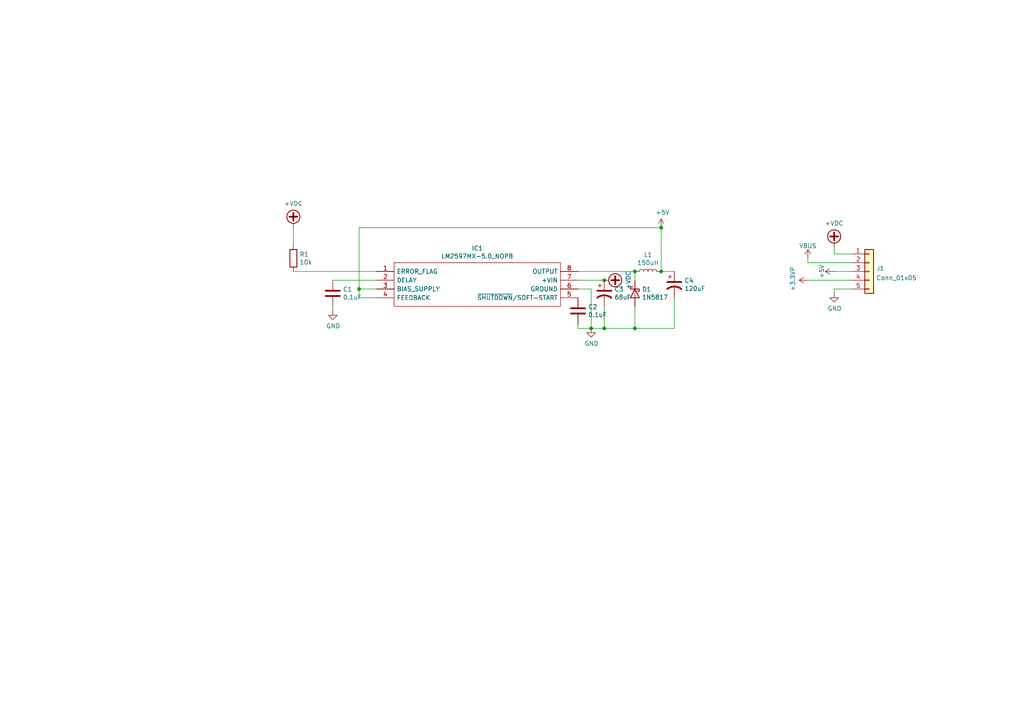
<source format=kicad_sch>
(kicad_sch (version 20211123) (generator eeschema)
  (paper "A4")
  (lib_symbols
    (symbol "Connector_Generic:Conn_01x05" (pin_names (offset 1.016) hide)
      (property "Reference" "J" (at 0 7.62 0))
      (property "Value" "Conn_01x05" (at 0 -7.62 0))
      (symbol "Conn_01x05_1_1"
        (rectangle (start -1.27 -4.953) (end 0 -5.207) (stroke (width 0.1524)))
        (rectangle (start -1.27 -2.413) (end 0 -2.667) (stroke (width 0.1524)))
        (rectangle (start -1.27 0.127) (end 0 -0.127) (stroke (width 0.1524)))
        (rectangle (start -1.27 2.667) (end 0 2.413) (stroke (width 0.1524)))
        (rectangle (start -1.27 5.207) (end 0 4.953) (stroke (width 0.1524)))
        (rectangle (start -1.27 6.35) (end 1.27 -6.35) (stroke (width 0.254)) (fill (type background)))
        (pin passive line (at -5.08 5.08 0) (length 3.81) (name "Pin_1") (number "1"))
        (pin passive line (at -5.08 2.54 0) (length 3.81) (name "Pin_2") (number "2"))
        (pin passive line (at -5.08 0 0) (length 3.81) (name "Pin_3") (number "3"))
        (pin passive line (at -5.08 -2.54 0) (length 3.81) (name "Pin_4") (number "4"))
        (pin passive line (at -5.08 -5.08 0) (length 3.81) (name "Pin_5") (number "5"))
      )
    )
    (symbol "Device:C" (pin_numbers hide) (pin_names (offset 0.254))
      (property "Reference" "C" (at 0.635 2.54 0))
      (property "Value" "C" (at 0.635 -2.54 0))
      (symbol "C_0_1"
        (polyline (pts (xy -2.032 -0.762) (xy 2.032 -0.762)) (stroke (width 0.508)))
        (polyline (pts (xy -2.032 0.762) (xy 2.032 0.762)) (stroke (width 0.508)))
      )
      (symbol "C_1_1"
        (pin passive line (at 0 3.81 270) (length 2.794) (name "~") (number "1"))
        (pin passive line (at 0 -3.81 90) (length 2.794) (name "~") (number "2"))
      )
    )
    (symbol "Device:CP1" (pin_numbers hide) (pin_names (offset 0.254) hide)
      (property "Reference" "C" (at 0.635 2.54 0))
      (property "Value" "Device_CP1" (at 0.635 -2.54 0))
      (symbol "CP1_0_1"
        (polyline (pts (xy -2.032 0.762) (xy 2.032 0.762)) (stroke (width 0.508)))
        (polyline (pts (xy -1.778 2.286) (xy -0.762 2.286)))
        (polyline (pts (xy -1.27 1.778) (xy -1.27 2.794)))
        (arc (start 2.032 -1.27) (mid 0 -0.5572) (end -2.032 -1.27) (stroke (width 0.508)))
      )
      (symbol "CP1_1_1"
        (pin passive line (at 0 3.81 270) (length 2.794) (name "~") (number "1"))
        (pin passive line (at 0 -3.81 90) (length 3.302) (name "~") (number "2"))
      )
    )
    (symbol "Device:L" (pin_numbers hide) (pin_names (offset 1.016) hide)
      (property "Reference" "L" (at -1.27 0 90))
      (property "Value" "L" (at 1.905 0 90))
      (symbol "L_0_1"
        (arc (start 0 -2.54) (mid 0.635 -1.905) (end 0 -1.27))
        (arc (start 0 -1.27) (mid 0.635 -0.635) (end 0 0))
        (arc (start 0 0) (mid 0.635 0.635) (end 0 1.27))
        (arc (start 0 1.27) (mid 0.635 1.905) (end 0 2.54))
      )
      (symbol "L_1_1"
        (pin passive line (at 0 3.81 270) (length 1.27) (name "1") (number "1"))
        (pin passive line (at 0 -3.81 90) (length 1.27) (name "2") (number "2"))
      )
    )
    (symbol "Device:R" (pin_numbers hide) (pin_names (offset 0))
      (property "Reference" "R" (at 2.032 0 90))
      (property "Value" "R" (at 0 0 90))
      (symbol "R_0_1"
        (rectangle (start -1.016 -2.54) (end 1.016 2.54) (stroke (width 0.254)))
      )
      (symbol "R_1_1"
        (pin passive line (at 0 3.81 270) (length 1.27) (name "~") (number "1"))
        (pin passive line (at 0 -3.81 90) (length 1.27) (name "~") (number "2"))
      )
    )
    (symbol "Diode:1N5817" (pin_numbers hide) (pin_names (offset 1.016) hide)
      (property "Reference" "D" (at 0 2.54 0))
      (property "Value" "1N5817" (at 0 -2.54 0))
      (symbol "1N5817_0_1"
        (polyline (pts (xy 1.27 0) (xy -1.27 0)))
        (polyline (pts (xy 1.27 1.27) (xy 1.27 -1.27) (xy -1.27 0) (xy 1.27 1.27)) (stroke (width 0.254)))
        (polyline (pts (xy -1.905 0.635) (xy -1.905 1.27) (xy -1.27 1.27) (xy -1.27 -1.27) (xy -0.635 -1.27) (xy -0.635 -0.635)) (stroke (width 0.254)))
      )
      (symbol "1N5817_1_1"
        (pin passive line (at -3.81 0 0) (length 2.54) (name "K") (number "1"))
        (pin passive line (at 3.81 0 180) (length 2.54) (name "A") (number "2"))
      )
    )
    (symbol "SamacSys_Parts:LM2597MX-5.0_NOPB" (pin_names (offset 0.762))
      (property "Reference" "IC" (at 54.61 7.62 0))
      (property "Value" "SamacSys_Parts_LM2597MX-5.0_NOPB" (at 54.61 5.08 0))
      (symbol "LM2597MX-5.0_NOPB_0_0"
        (pin passive line (at 0 0 0) (length 5.08) (name "ERROR_FLAG") (number "1"))
        (pin passive line (at 0 -2.54 0) (length 5.08) (name "DELAY") (number "2"))
        (pin passive line (at 0 -5.08 0) (length 5.08) (name "BIAS_SUPPLY") (number "3"))
        (pin passive line (at 0 -7.62 0) (length 5.08) (name "FEEDBACK") (number "4"))
        (pin passive line (at 58.42 -7.62 180) (length 5.08) (name "~{SHUTDOWN}/SOFT-START") (number "5"))
        (pin passive line (at 58.42 -5.08 180) (length 5.08) (name "GROUND") (number "6"))
        (pin passive line (at 58.42 -2.54 180) (length 5.08) (name "+VIN") (number "7"))
        (pin passive line (at 58.42 0 180) (length 5.08) (name "OUTPUT") (number "8"))
      )
      (symbol "LM2597MX-5.0_NOPB_0_1"
        (polyline (pts (xy 5.08 2.54) (xy 53.34 2.54) (xy 53.34 -10.16) (xy 5.08 -10.16) (xy 5.08 2.54)) (stroke (width 0.1524)))
      )
    )
    (symbol "power:+3.3VP" (power) (pin_names (offset 0))
      (property "Value" "+3.3VP" (at 0 2.54 0))
      (symbol "+3.3VP_0_0"
        (pin power_in line (at 0 0 90) (length 0) hide (name "+3.3VP") (number "1"))
      )
      (symbol "+3.3VP_0_1"
        (polyline (pts (xy -0.762 1.27) (xy 0 2.54)))
        (polyline (pts (xy 0 0) (xy 0 2.54)))
        (polyline (pts (xy 0 2.54) (xy 0.762 1.27)))
      )
    )
    (symbol "power:+5V" (power) (pin_names (offset 0))
      (property "Value" "+5V" (at 0 3.556 0))
      (symbol "+5V_0_1"
        (polyline (pts (xy -0.762 1.27) (xy 0 2.54)))
        (polyline (pts (xy 0 0) (xy 0 2.54)))
        (polyline (pts (xy 0 2.54) (xy 0.762 1.27)))
      )
      (symbol "+5V_1_1"
        (pin power_in line (at 0 0 90) (length 0) hide (name "+5V") (number "1"))
      )
    )
    (symbol "power:+VDC" (power) (pin_names (offset 0))
      (property "Value" "+VDC" (at 0 6.35 0))
      (symbol "+VDC_0_1"
        (polyline (pts (xy -1.143 3.175) (xy 1.143 3.175)) (stroke (width 0.508)))
        (polyline (pts (xy 0 0) (xy 0 1.27)))
        (polyline (pts (xy 0 2.032) (xy 0 4.318)) (stroke (width 0.508)))
        (circle (center 0 3.175) (radius 1.905) (stroke (width 0.254)))
      )
      (symbol "+VDC_1_1"
        (pin power_in line (at 0 0 90) (length 0) hide (name "+VDC") (number "1"))
      )
    )
    (symbol "power:GND" (power) (pin_names (offset 0))
      (property "Value" "GND" (at 0 -3.81 0))
      (symbol "GND_0_1"
        (polyline (pts (xy 0 0) (xy 0 -1.27) (xy 1.27 -1.27) (xy 0 -2.54) (xy -1.27 -1.27) (xy 0 -1.27)))
      )
      (symbol "GND_1_1"
        (pin power_in line (at 0 0 270) (length 0) hide (name "GND") (number "1"))
      )
    )
    (symbol "power:VBUS" (power) (pin_names (offset 0))
      (property "Value" "VBUS" (at 0 3.81 0))
      (symbol "VBUS_0_1"
        (polyline (pts (xy -0.762 1.27) (xy 0 2.54)))
        (polyline (pts (xy 0 0) (xy 0 2.54)))
        (polyline (pts (xy 0 2.54) (xy 0.762 1.27)))
      )
      (symbol "VBUS_1_1"
        (pin power_in line (at 0 0 90) (length 0) hide (name "VBUS") (number "1"))
      )
    )
  )
  (junction (at 184.15 95.25))
  (junction (at 171.45 95.25))
  (junction (at 175.26 81.28))
  (junction (at 184.15 78.74))
  (junction (at 175.26 95.25))
  (junction (at 104.14 83.82))
  (junction (at 191.77 78.74))
  (junction (at 191.77 66.04))
  (wire (pts (xy 234.315 76.2) (xy 234.315 74.93)))
  (wire (pts (xy 184.15 95.25) (xy 175.26 95.25)))
  (wire (pts (xy 167.64 95.25) (xy 171.45 95.25)))
  (wire (pts (xy 191.77 66.04) (xy 191.77 78.74)))
  (wire (pts (xy 241.935 83.82) (xy 241.935 85.09)))
  (wire (pts (xy 167.64 83.82) (xy 171.45 83.82)))
  (wire (pts (xy 241.935 73.66) (xy 241.935 71.755)))
  (wire (pts (xy 109.22 78.74) (xy 85.09 78.74)))
  (wire (pts (xy 195.58 95.25) (xy 184.15 95.25)))
  (wire (pts (xy 184.15 78.74) (xy 167.64 78.74)))
  (wire (pts (xy 191.77 78.74) (xy 195.58 78.74)))
  (wire (pts (xy 109.22 86.36) (xy 104.14 86.36)))
  (wire (pts (xy 234.315 81.28) (xy 247.015 81.28)))
  (wire (pts (xy 171.45 83.82) (xy 171.45 95.25)))
  (wire (pts (xy 85.09 71.12) (xy 85.09 66.04)))
  (wire (pts (xy 167.64 93.98) (xy 167.64 95.25)))
  (wire (pts (xy 241.935 78.74) (xy 247.015 78.74)))
  (wire (pts (xy 104.14 86.36) (xy 104.14 83.82)))
  (wire (pts (xy 104.14 83.82) (xy 109.22 83.82)))
  (wire (pts (xy 184.15 81.28) (xy 184.15 78.74)))
  (wire (pts (xy 104.14 66.04) (xy 191.77 66.04)))
  (wire (pts (xy 104.14 83.82) (xy 104.14 66.04)))
  (wire (pts (xy 175.26 88.9) (xy 175.26 95.25)))
  (wire (pts (xy 184.15 88.9) (xy 184.15 95.25)))
  (wire (pts (xy 109.22 81.28) (xy 96.52 81.28)))
  (wire (pts (xy 247.015 73.66) (xy 241.935 73.66)))
  (wire (pts (xy 195.58 86.36) (xy 195.58 95.25)))
  (wire (pts (xy 247.015 76.2) (xy 234.315 76.2)))
  (wire (pts (xy 247.015 83.82) (xy 241.935 83.82)))
  (wire (pts (xy 175.26 81.28) (xy 167.64 81.28)))
  (wire (pts (xy 175.26 95.25) (xy 171.45 95.25)))
  (wire (pts (xy 96.52 90.17) (xy 96.52 88.9)))
  (symbol (lib_id "SamacSys_Parts:LM2597MX-5.0_NOPB") (at 109.22 78.74 0) (unit 1)
    (property "Reference" "IC1" (at 138.43 72.009 0))
    (property "Value" "LM2597MX-5.0_NOPB" (at 138.43 74.3204 0))
    (property "Footprint" "SamacSys_Parts:SOIC127P600X175-8N" (effects hide))
    (property "Datasheet" "http://www.ti.com/lit/gpn/LM2597" (effects hide))
    (property "Description" "SIMPLE SWITCHER Power Converter 150 kHz 0.5A Step-Down Voltage Regulator" (effects hide))
    (property "Height" "1.75" (effects hide))
    (property "Mouser Part Number" "926-LM2597MX50NOPB" (effects hide))
    (property "Mouser Price/Stock" "https://www.mouser.com/Search/Refine.aspx?Keyword=926-LM2597MX50NOPB" (effects hide))
    (property "Manufacturer_Name" "Texas Instruments" (effects hide))
    (property "Manufacturer_Part_Number" "LM2597MX-5.0/NOPB" (effects hide))
  )
  (symbol (lib_id "Device:R") (at 85.09 74.93 0) (unit 1)
    (property "Reference" "R1" (at 86.868 73.7616 0) (effects (justify left)))
    (property "Value" "10k" (at 86.868 76.073 0) (effects (justify left)))
    (property "Footprint" "Resistor_THT:R_Axial_DIN0207_L6.3mm_D2.5mm_P5.08mm_Vertical" (effects hide))
  )
  (symbol (lib_id "Device:L") (at 187.96 78.74 90) (unit 1)
    (property "Reference" "L1" (at 187.96 73.914 90))
    (property "Value" "150uH" (at 187.96 76.2254 90))
    (property "Footprint" "Inductor_THT:L_Axial_L6.6mm_D2.7mm_P10.16mm_Horizontal_Vishay_IM-2" (effects hide))
  )
  (symbol (lib_id "power:GND") (at 171.45 95.25 0) (unit 1)
    (property "Reference" "#PWR03" (effects hide))
    (property "Value" "GND" (at 171.577 99.6442 0))
  )
  (symbol (lib_id "power:+5V") (at 191.77 66.04 0) (unit 1)
    (property "Reference" "#PWR05" (effects hide))
    (property "Value" "+5V" (at 192.151 61.6458 0))
  )
  (symbol (lib_id "Connector_Generic:Conn_01x05") (at 252.095 78.74 0) (unit 1)
    (property "Reference" "J1" (at 254.127 77.8315 0) (effects (justify left)))
    (property "Value" "Conn_01x05" (at 254.127 80.6066 0) (effects (justify left)))
    (property "Footprint" "Connector_PinHeader_2.54mm:PinHeader_1x05_P2.54mm_Vertical" (effects hide))
  )
  (symbol (lib_id "Diode:1N5817") (at 184.15 85.09 90) (mirror x) (unit 1)
    (property "Reference" "D1" (at 186.182 83.9216 90) (effects (justify right)))
    (property "Value" "1N5817" (at 186.182 86.233 90) (effects (justify right)))
    (property "Footprint" "Diode_THT:D_DO-41_SOD81_P10.16mm_Horizontal" (effects hide))
    (property "Datasheet" "http://www.vishay.com/docs/88525/1n5817.pdf" (effects hide))
  )
  (symbol (lib_id "power:VBUS") (at 234.315 74.93 0) (unit 1)
    (property "Reference" "#PWR06" (effects hide))
    (property "Value" "VBUS" (at 234.315 71.3255 0))
  )
  (symbol (lib_id "power:+VDC") (at 85.09 66.04 0) (unit 1)
    (property "Reference" "#PWR01" (effects hide))
    (property "Value" "+VDC" (at 85.09 59.055 0))
  )
  (symbol (lib_id "power:+VDC") (at 241.935 71.755 0) (unit 1)
    (property "Reference" "#PWR08" (effects hide))
    (property "Value" "+VDC" (at 241.935 64.77 0))
  )
  (symbol (lib_id "power:+VDC") (at 175.26 81.28 270) (mirror x) (unit 1)
    (property "Reference" "#PWR04" (effects hide))
    (property "Value" "+VDC" (at 182.245 81.28 0))
  )
  (symbol (lib_id "Device:CP1") (at 175.26 85.09 0) (unit 1)
    (property "Reference" "C3" (at 178.181 83.9216 0) (effects (justify left)))
    (property "Value" "68uF" (at 178.181 86.233 0) (effects (justify left)))
    (property "Footprint" "Capacitor_THT:CP_Radial_D8.0mm_P3.50mm" (effects hide))
  )
  (symbol (lib_id "Device:C") (at 96.52 85.09 0) (unit 1)
    (property "Reference" "C1" (at 99.441 83.9216 0) (effects (justify left)))
    (property "Value" "0.1uF" (at 99.441 86.233 0) (effects (justify left)))
    (property "Footprint" "Capacitor_THT:C_Disc_D4.7mm_W2.5mm_P5.00mm" (effects hide))
  )
  (symbol (lib_id "Device:C") (at 167.64 90.17 0) (unit 1)
    (property "Reference" "C2" (at 170.561 89.0016 0) (effects (justify left)))
    (property "Value" "0.1uF" (at 170.561 91.313 0) (effects (justify left)))
    (property "Footprint" "Capacitor_THT:C_Disc_D4.7mm_W2.5mm_P5.00mm" (effects hide))
  )
  (symbol (lib_id "power:+3.3VP") (at 234.315 81.28 90) (unit 1)
    (property "Reference" "#PWR07" (effects hide))
    (property "Value" "+3.3VP" (at 229.9208 80.899 0))
  )
  (symbol (lib_id "Device:CP1") (at 195.58 82.55 0) (unit 1)
    (property "Reference" "C4" (at 198.501 81.3816 0) (effects (justify left)))
    (property "Value" "120uF" (at 198.501 83.693 0) (effects (justify left)))
    (property "Footprint" "Capacitor_THT:CP_Radial_D8.0mm_P3.50mm" (effects hide))
  )
  (symbol (lib_id "power:GND") (at 96.52 90.17 0) (unit 1)
    (property "Reference" "#PWR02" (effects hide))
    (property "Value" "GND" (at 96.647 94.5642 0))
  )
  (symbol (lib_id "power:GND") (at 241.935 85.09 0) (unit 1)
    (property "Reference" "#PWR010" (effects hide))
    (property "Value" "GND" (at 242.062 89.4842 0))
  )
  (symbol (lib_id "power:+5V") (at 241.935 78.74 90) (unit 1)
    (property "Reference" "#PWR09" (effects hide))
    (property "Value" "+5V" (at 238.3305 78.74 0))
  )
)
</source>
